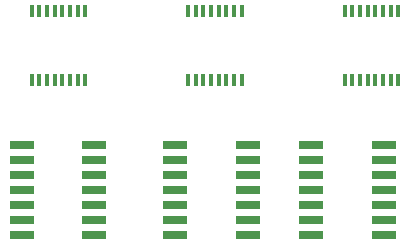
<source format=gtp>
G75*
G70*
%OFA0B0*%
%FSLAX24Y24*%
%IPPOS*%
%LPD*%
%AMOC8*
5,1,8,0,0,1.08239X$1,22.5*
%
%ADD10R,0.0800X0.0260*%
%ADD11R,0.0120X0.0390*%
D10*
X014568Y006774D03*
X014568Y007274D03*
X014568Y007774D03*
X014568Y008274D03*
X014568Y008774D03*
X014568Y009274D03*
X014568Y009774D03*
X016988Y009774D03*
X016988Y009274D03*
X016988Y008774D03*
X016988Y008274D03*
X016988Y007774D03*
X016988Y007274D03*
X016988Y006774D03*
X019686Y006774D03*
X019686Y007274D03*
X019686Y007774D03*
X019686Y008274D03*
X019686Y008774D03*
X019686Y009274D03*
X019686Y009774D03*
X022106Y009774D03*
X022106Y009274D03*
X022106Y008774D03*
X022106Y008274D03*
X022106Y007774D03*
X022106Y007274D03*
X022106Y006774D03*
X024213Y006774D03*
X024213Y007274D03*
X024213Y007774D03*
X024213Y008274D03*
X024213Y008774D03*
X024213Y009274D03*
X024213Y009774D03*
X026633Y009774D03*
X026633Y009274D03*
X026633Y008774D03*
X026633Y008274D03*
X026633Y007774D03*
X026633Y007274D03*
X026633Y006774D03*
D11*
X026606Y011949D03*
X026350Y011949D03*
X026095Y011949D03*
X025839Y011949D03*
X025583Y011949D03*
X025327Y011949D03*
X026862Y011949D03*
X027118Y011949D03*
X027118Y014246D03*
X026862Y014246D03*
X026606Y014246D03*
X026350Y014246D03*
X026095Y014246D03*
X025839Y014246D03*
X025583Y014246D03*
X025327Y014246D03*
X021902Y014246D03*
X021646Y014246D03*
X021390Y014246D03*
X021134Y014246D03*
X020878Y014246D03*
X020622Y014246D03*
X020366Y014246D03*
X020110Y014246D03*
X020110Y011949D03*
X020366Y011949D03*
X020622Y011949D03*
X020878Y011949D03*
X021134Y011949D03*
X021390Y011949D03*
X021646Y011949D03*
X021902Y011949D03*
X016685Y011949D03*
X016429Y011949D03*
X016173Y011949D03*
X015917Y011949D03*
X015661Y011949D03*
X015406Y011949D03*
X015150Y011949D03*
X014894Y011949D03*
X014894Y014246D03*
X015150Y014246D03*
X015406Y014246D03*
X015661Y014246D03*
X015917Y014246D03*
X016173Y014246D03*
X016429Y014246D03*
X016685Y014246D03*
M02*

</source>
